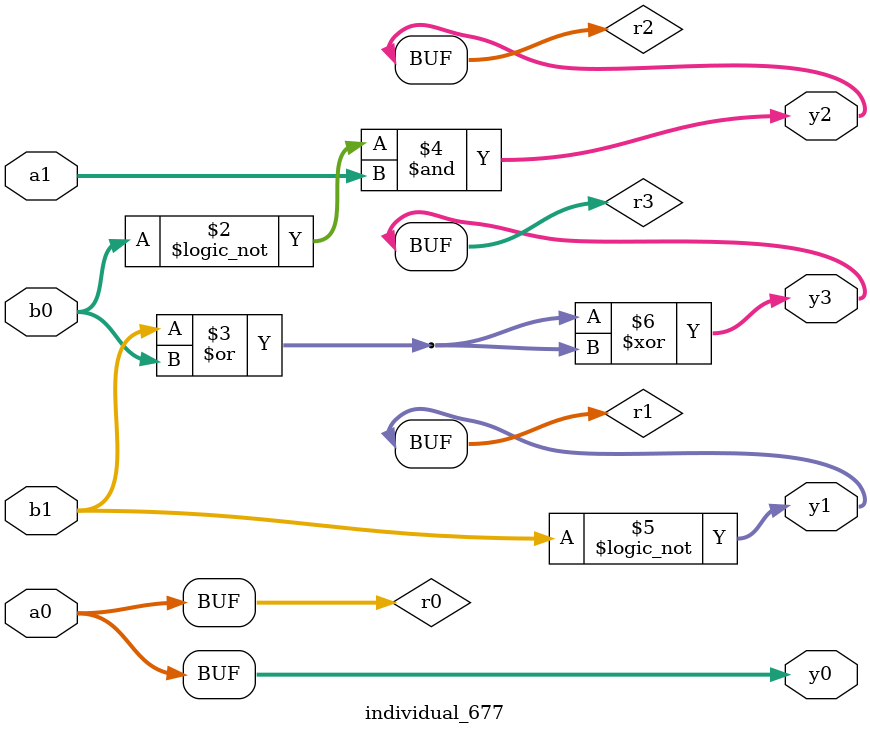
<source format=sv>
module individual_677(input logic [15:0] a1, input logic [15:0] a0, input logic [15:0] b1, input logic [15:0] b0, output logic [15:0] y3, output logic [15:0] y2, output logic [15:0] y1, output logic [15:0] y0);
logic [15:0] r0, r1, r2, r3; 
 always@(*) begin 
	 r0 = a0; r1 = a1; r2 = b0; r3 = b1; 
 	 r2 = ! r2 ;
 	 r3  |=  b0 ;
 	 r2  &=  a1 ;
 	 r1 = ! b1 ;
 	 r3  ^=  r3 ;
 	 y3 = r3; y2 = r2; y1 = r1; y0 = r0; 
end
endmodule
</source>
